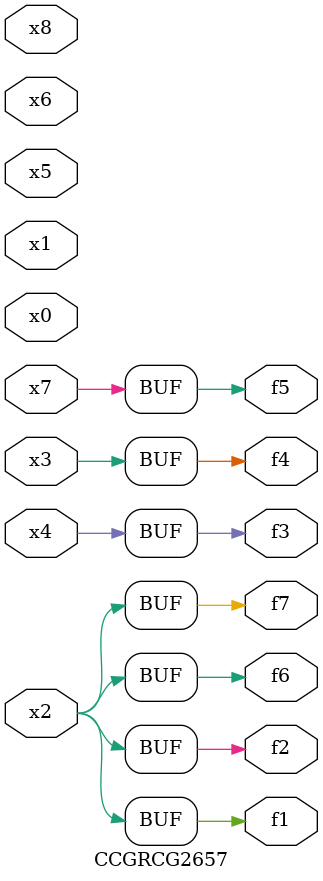
<source format=v>
module CCGRCG2657(
	input x0, x1, x2, x3, x4, x5, x6, x7, x8,
	output f1, f2, f3, f4, f5, f6, f7
);
	assign f1 = x2;
	assign f2 = x2;
	assign f3 = x4;
	assign f4 = x3;
	assign f5 = x7;
	assign f6 = x2;
	assign f7 = x2;
endmodule

</source>
